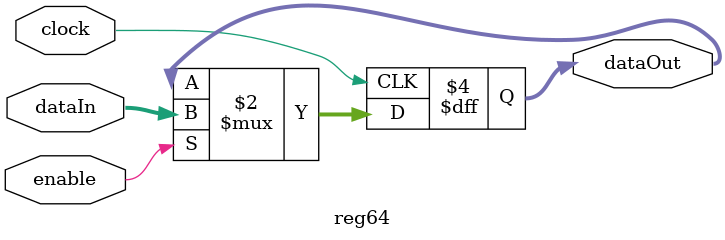
<source format=v>
module reg64(	input clock,
					input enable,
					input [63:0] dataIn,
					output reg [63:0] dataOut);

	always @(posedge clock) begin
		if(enable) begin
			dataOut <= dataIn;
		end
	end
					
endmodule

</source>
